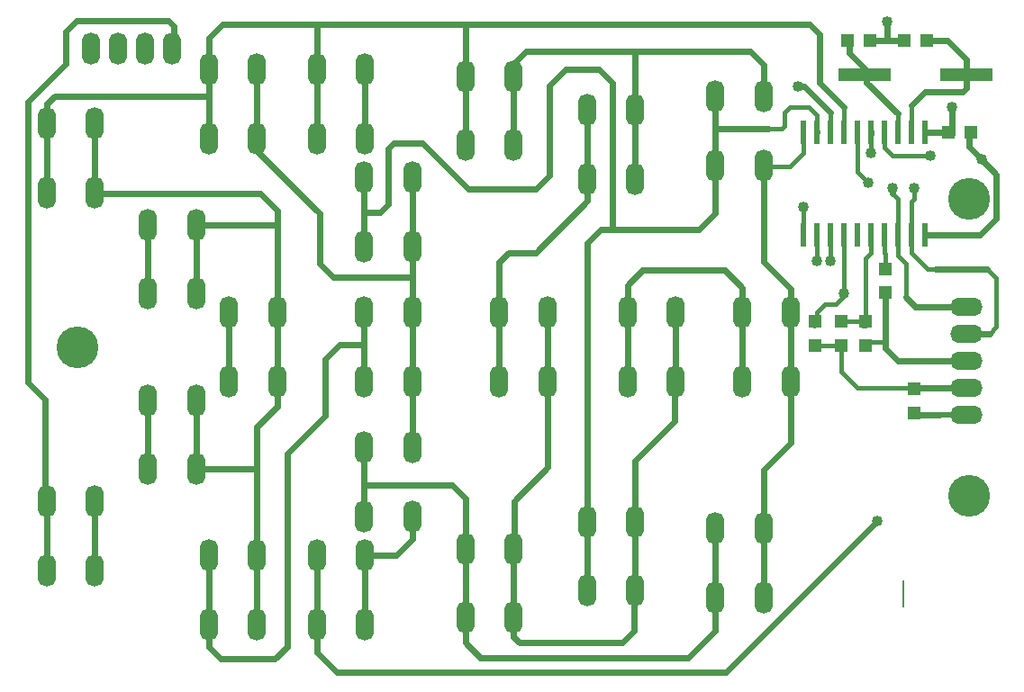
<source format=gtl>
%FSTAX24Y24*%
%MOIN*%
G70*
G01*
G75*
G04 Layer_Physical_Order=1*
G04 Layer_Color=255*
%ADD10R,0.0050X0.1000*%
%ADD11R,0.0500X0.0500*%
%ADD12R,0.0500X0.0500*%
%ADD13R,0.1969X0.0480*%
%ADD14R,0.0240X0.0870*%
%ADD15R,0.0240X0.0870*%
%ADD16C,0.0240*%
%ADD17C,0.0200*%
%ADD18C,0.0160*%
%ADD19C,0.0120*%
%ADD20O,0.0679X0.1200*%
%ADD21O,0.1200X0.0679*%
%ADD22C,0.1550*%
%ADD23C,0.0400*%
D10*
X042809Y013349D02*
D03*
D11*
X04215Y02537D02*
D03*
Y02453D02*
D03*
X03955Y02255D02*
D03*
Y02345D02*
D03*
X0405Y02255D02*
D03*
Y02345D02*
D03*
X0414D02*
D03*
Y02255D02*
D03*
X0432Y02095D02*
D03*
Y02005D02*
D03*
D12*
X04448Y03045D02*
D03*
X04532D02*
D03*
X04367Y03385D02*
D03*
X04283D02*
D03*
X04073D02*
D03*
X04157D02*
D03*
D13*
X041365Y0326D02*
D03*
X045135D02*
D03*
D14*
X0431Y03045D02*
D03*
X0426D02*
D03*
X0391D02*
D03*
X0396D02*
D03*
X0401D02*
D03*
X0406D02*
D03*
X0411D02*
D03*
X0416D02*
D03*
X0421D02*
D03*
X0436Y02665D02*
D03*
X0431D02*
D03*
X0426D02*
D03*
X0421D02*
D03*
X0416D02*
D03*
X0411D02*
D03*
X0406D02*
D03*
X0401D02*
D03*
X0396D02*
D03*
X0391D02*
D03*
D15*
X0436Y03045D02*
D03*
D16*
X045Y03195D02*
X045135Y032085D01*
X0436Y03195D02*
X045D01*
X0431Y03145D02*
X0436Y03195D01*
X0422Y03385D02*
X04283D01*
X0422D02*
Y03455D01*
X04445Y03385D02*
X045135Y033165D01*
X04367Y03385D02*
X04445D01*
X045135Y0326D02*
Y033165D01*
X04359Y03385D02*
X04367D01*
X045135Y032085D02*
Y0326D01*
X04082Y03339D02*
X04145Y03276D01*
Y0323D02*
X0426Y03115D01*
X04145Y0323D02*
Y03276D01*
X0415Y03385D02*
X0422D01*
X04337Y02D02*
X04415D01*
X0432Y02017D02*
X04337Y02D01*
X04336Y021D02*
X04515D01*
X0436Y03045D02*
X04457D01*
X0446D01*
Y0304D02*
Y03045D01*
Y0305D01*
Y0314D01*
X01111Y01422D02*
Y01678D01*
X01105Y01684D02*
X01111Y01678D01*
X04524Y02992D02*
Y03045D01*
Y02992D02*
X0457Y02945D01*
X04215Y0226D02*
Y02453D01*
Y02245D02*
Y0226D01*
Y02245D02*
X0426Y022D01*
X04515D01*
X0452D01*
X01105Y01684D02*
Y02055D01*
X0104Y0212D02*
X01105Y02055D01*
X0104Y0212D02*
Y0316D01*
X0118Y033D01*
Y0342D01*
X0122Y0346D01*
X0156D01*
X0158Y0344D01*
Y0336D02*
Y0344D01*
X01575Y03355D02*
X0158Y0336D01*
X0436Y02665D02*
X04565D01*
X04082Y03339D02*
Y03385D01*
X04515Y023D02*
X046D01*
X0429Y02435D02*
X04293Y02433D01*
X04325Y024D01*
X04515D01*
X0424Y0282D02*
Y0284D01*
X01111Y02822D02*
Y03078D01*
X01709Y0328D02*
X01711Y03278D01*
Y03396D01*
X0176Y03445D01*
X0211Y03279D02*
X02111Y03278D01*
X01711Y03022D02*
Y0318D01*
Y03278D01*
X02111Y03022D02*
Y03278D01*
X02661Y02997D02*
Y03249D01*
X0266Y0325D02*
X02661Y03249D01*
X0266Y0325D02*
Y0341D01*
X0176Y03445D02*
X02105D01*
X0211Y03279D02*
Y0344D01*
X02105Y03445D02*
X0211Y0344D01*
X02105Y03445D02*
X0266D01*
X03935D01*
X0397Y0341D01*
X02661Y03253D02*
Y03444D01*
X0266Y03445D02*
X02661Y03444D01*
X01111Y03078D02*
Y03151D01*
X0114Y0318D01*
X01711D01*
X0397Y0323D02*
Y0341D01*
Y0323D02*
X0406Y0314D01*
X02111Y01222D02*
Y01478D01*
X01786Y02122D02*
Y02378D01*
X03111Y02872D02*
Y03128D01*
Y02791D02*
Y02872D01*
X0292Y026D02*
X03111Y02791D01*
X0282Y026D02*
X0292D01*
X02785Y02565D02*
X0282Y026D01*
X02785Y02379D02*
Y02565D01*
Y02379D02*
X02786Y02378D01*
Y02122D02*
Y02378D01*
X02111Y01119D02*
Y01222D01*
Y01119D02*
X02185Y01045D01*
X02565D01*
X01486Y02447D02*
Y02703D01*
X02286Y0174D02*
X0261D01*
X02286Y01622D02*
Y0174D01*
Y01878D01*
X0416Y03045D02*
Y0305D01*
Y0304D02*
Y03045D01*
X0261Y0174D02*
X0266Y0169D01*
X02661Y01154D02*
Y01247D01*
Y01154D02*
X02715Y011D01*
X03485D01*
X03585Y012D01*
Y01321D01*
X03586Y01322D01*
X02661Y01247D02*
Y01503D01*
X0266Y01504D02*
Y0169D01*
Y01504D02*
X02661Y01503D01*
X03586Y01322D02*
Y01578D01*
Y0158D01*
Y01584D01*
X03585Y01585D02*
X03586Y01584D01*
X03261Y02122D02*
Y02378D01*
X03686Y02122D02*
Y02378D01*
Y02469D01*
X0362Y02535D02*
X03686Y02469D01*
X03315Y02535D02*
X0362D01*
X0326Y0248D02*
X03315Y02535D01*
X0326Y02379D02*
Y0248D01*
Y02379D02*
X03261Y02378D01*
X01711Y01222D02*
Y01478D01*
Y01221D02*
Y01222D01*
X0171Y0122D02*
X01711Y01221D01*
X0171Y0122D02*
Y01225D01*
Y0114D02*
Y0122D01*
Y0114D02*
X01755Y01095D01*
X01955D01*
X02Y0114D01*
Y01855D01*
X0214Y01995D01*
Y02205D01*
X02195Y0226D01*
X02286D02*
Y02378D01*
X02195Y0226D02*
X0228D01*
X02286D01*
Y02122D02*
Y02254D01*
X0228Y0226D02*
X02286Y02254D01*
X03915Y03215D02*
X0401Y0312D01*
X0389Y03215D02*
X03915D01*
X03111Y01347D02*
Y01603D01*
X03586Y02922D02*
Y0306D01*
Y03178D01*
X02286Y02622D02*
Y02745D01*
Y02878D01*
X03586Y02746D02*
Y02922D01*
X03525Y02685D02*
X03586Y02746D01*
X032Y02685D02*
X03525D01*
X0316D02*
X032D01*
X03205Y0269D02*
Y0323D01*
X03155Y0328D02*
X03205Y0323D01*
X0303Y0328D02*
X03155D01*
X0297Y0322D02*
X0303Y0328D01*
X0297Y02885D02*
Y0322D01*
X0292Y02835D02*
X0297Y02885D01*
X0267Y02835D02*
X0292D01*
X025Y03005D02*
X0267Y02835D01*
X02395Y03005D02*
X025D01*
X02375Y02985D02*
X02395Y03005D01*
X02375Y0278D02*
Y02985D01*
X02345Y0275D02*
X02375Y0278D01*
X02291Y0275D02*
X02345D01*
X02286Y02745D02*
X02291Y0275D01*
X03111Y01603D02*
Y02636D01*
X0316Y02685D01*
X032D02*
X03205Y0269D01*
X03586Y0306D02*
X0378D01*
X0396Y03045D02*
Y0305D01*
X01486Y01797D02*
Y02053D01*
X01289Y01422D02*
Y01678D01*
X03764Y01322D02*
Y01578D01*
Y01794D01*
X03865Y01895D01*
Y02121D01*
X03864Y02122D02*
X03865Y02121D01*
X03864Y02122D02*
Y02378D01*
X02839Y02997D02*
Y03253D01*
Y03299D01*
X02885Y03345D01*
X03285D01*
X03715D01*
X03765Y03295D01*
Y03179D02*
Y03295D01*
X03764Y03178D02*
X03765Y03179D01*
X03289Y02872D02*
Y03128D01*
Y03341D01*
X03285Y03345D02*
X03289Y03341D01*
X03864Y02378D02*
Y02466D01*
X03765Y02565D02*
X03864Y02466D01*
X03765Y02565D02*
Y02925D01*
X03439Y02122D02*
X0344Y02121D01*
X03439Y02122D02*
Y02378D01*
X02289Y03022D02*
Y03278D01*
X02964Y02122D02*
Y02378D01*
X02839Y01247D02*
Y01503D01*
Y01176D02*
Y01247D01*
Y01176D02*
X0286Y01155D01*
X0324D01*
X03285Y012D01*
Y01343D01*
X03289Y01347D01*
Y01603D01*
Y01829D01*
X03435Y01975D01*
Y02118D01*
X03439Y02122D01*
X02964Y01804D02*
Y02122D01*
X0284Y0168D02*
X02964Y01804D01*
X0284Y01504D02*
Y0168D01*
X02839Y01503D02*
X0284Y01504D01*
X02289Y01222D02*
Y01478D01*
X02403D01*
X02465Y0154D01*
Y01621D01*
X02464Y01622D02*
X02465Y01621D01*
X02464Y01878D02*
Y02122D01*
Y02378D01*
Y02505D01*
Y02622D01*
Y02878D01*
X01889Y03022D02*
Y03278D01*
Y02976D02*
Y03022D01*
Y02976D02*
X0212Y02745D01*
Y0256D02*
Y02745D01*
Y0256D02*
X0217Y0251D01*
X02459D01*
X02464Y02505D01*
X01889Y01478D02*
Y0179D01*
Y01954D01*
X01965Y0203D02*
Y0212D01*
Y02121D01*
X01964Y027D02*
Y02756D01*
X019Y0282D02*
X01964Y02756D01*
X01291Y0282D02*
X019D01*
X01289Y02822D02*
X01291Y0282D01*
X01664Y02447D02*
Y02703D01*
X01961D01*
X01964Y027D01*
X01882Y01797D02*
X01889Y0179D01*
X01289Y02822D02*
Y03078D01*
X01889Y01222D02*
Y01478D01*
X01664Y01797D02*
Y02053D01*
X01964Y02122D02*
Y02378D01*
X01664Y01797D02*
X01882D01*
X01964Y02378D02*
Y027D01*
X01889Y01954D02*
X01965Y0203D01*
X03625Y01045D02*
X04185Y01605D01*
X02565Y01045D02*
X03625D01*
X04565Y02665D02*
X04626Y02726D01*
Y02889D01*
X0457Y02945D02*
X04626Y02889D01*
X044Y0254D02*
X0459D01*
D17*
X04283Y03385D02*
X04292D01*
X0415Y0338D02*
Y0339D01*
X04457Y03045D02*
X0446Y0305D01*
X04149Y03385D02*
X0415Y0339D01*
X04415Y02D02*
X04515D01*
X0266Y0325D02*
X02661Y03253D01*
X01711Y01222D02*
X0172Y0122D01*
X0171D02*
X0172D01*
D18*
X0429Y0243D02*
Y0256D01*
X0426Y0259D02*
X0429Y0256D01*
X0426Y0259D02*
Y02665D01*
X0403Y0241D02*
X0406Y0244D01*
X0399Y0241D02*
X0403D01*
X0396Y0238D02*
X0399Y0241D01*
X0406Y02334D02*
X04071Y02345D01*
X0414D01*
X0413Y0233D02*
X0414D01*
X04035Y02255D02*
X0405Y0224D01*
Y0216D02*
Y0224D01*
X03972Y02255D02*
X04035D01*
X0396Y02267D02*
X03972Y02255D01*
X0411Y021D02*
X04336D01*
X0405Y0216D02*
X0411Y021D01*
X0414Y02267D02*
X04209D01*
X04215Y0226D01*
X0424Y0296D02*
X0438D01*
X0421Y0299D02*
Y03045D01*
Y0299D02*
X0424Y0296D01*
X0431Y03045D02*
Y03145D01*
X0426Y03045D02*
Y03115D01*
X0431Y026D02*
Y02665D01*
X0432Y028D02*
Y0284D01*
X0431Y02665D02*
Y0279D01*
X0432Y028D01*
X0431Y026D02*
X0437Y0254D01*
X044D01*
X0424Y0282D02*
X0426Y028D01*
Y02665D02*
Y028D01*
X04215Y02537D02*
Y02595D01*
X0421Y026D02*
X04215Y02595D01*
X0421Y026D02*
Y02665D01*
Y0267D01*
X0406Y03045D02*
Y0314D01*
X0411Y029D02*
Y03045D01*
Y029D02*
X0415Y0286D01*
X0416Y0297D02*
Y0304D01*
X0401Y03045D02*
Y0312D01*
X0396Y0305D02*
Y0311D01*
X0393Y0314D02*
X0396Y0311D01*
X0386Y0314D02*
X0393D01*
X0384Y0312D02*
X0386Y0314D01*
X0384Y0307D02*
Y0312D01*
X0383Y0306D02*
X0384Y0307D01*
X0378Y0306D02*
X0383D01*
X0406Y0245D02*
Y02665D01*
Y0244D02*
Y0245D01*
X0396Y0235D02*
Y0238D01*
X03955Y02345D02*
X0396Y0235D01*
X0395Y0234D02*
X03955Y02345D01*
X0395Y0233D02*
Y0234D01*
X0391Y0297D02*
Y03045D01*
X0386Y0292D02*
X0391Y0297D01*
X03766Y0292D02*
X0386D01*
X03764Y02922D02*
X03766Y0292D01*
X03764Y02922D02*
Y02924D01*
X03765Y02925D01*
X0391Y02665D02*
Y0277D01*
X0396Y0257D02*
Y02665D01*
X0401Y0257D02*
Y02665D01*
X0414Y02334D02*
Y0258D01*
X0416Y026D01*
Y02665D01*
X046Y023D02*
X04625Y02325D01*
Y02505D01*
X0459Y0254D02*
X04625Y02505D01*
D19*
X0429Y0243D02*
X04293Y02433D01*
X03586Y01578D02*
X0359Y0158D01*
X03586D02*
X0359D01*
X03955Y02334D02*
X0396Y0234D01*
X03955Y02345D02*
X0396Y0234D01*
X01964Y02122D02*
X0197Y0212D01*
X01965D02*
X0197D01*
X0414Y0233D02*
Y02334D01*
D20*
X01275Y03355D02*
D03*
X01375D02*
D03*
X01475D02*
D03*
X01575D02*
D03*
X01111Y02822D02*
D03*
X01289D02*
D03*
X01111Y03078D02*
D03*
X01289D02*
D03*
X01111Y01422D02*
D03*
X01289D02*
D03*
X01111Y01678D02*
D03*
X01289D02*
D03*
X03586Y02922D02*
D03*
X03764D02*
D03*
X03586Y03178D02*
D03*
X03764D02*
D03*
X03686Y02122D02*
D03*
X03864D02*
D03*
X03686Y02378D02*
D03*
X03864D02*
D03*
X03586Y01322D02*
D03*
X03764D02*
D03*
X03586Y01578D02*
D03*
X03764D02*
D03*
X03111Y02872D02*
D03*
X03289D02*
D03*
X03111Y03128D02*
D03*
X03289D02*
D03*
X02661Y02997D02*
D03*
X02839D02*
D03*
X02661Y03253D02*
D03*
X02839D02*
D03*
X03111Y01347D02*
D03*
X03289D02*
D03*
X03111Y01603D02*
D03*
X03289D02*
D03*
X03261Y02122D02*
D03*
X03439D02*
D03*
X03261Y02378D02*
D03*
X03439D02*
D03*
X02786Y02122D02*
D03*
X02964D02*
D03*
X02786Y02378D02*
D03*
X02964D02*
D03*
X02661Y01247D02*
D03*
X02839D02*
D03*
X02661Y01503D02*
D03*
X02839D02*
D03*
X02111Y03022D02*
D03*
X02289D02*
D03*
X02111Y03278D02*
D03*
X02289D02*
D03*
X02286Y02622D02*
D03*
X02464D02*
D03*
X02286Y02878D02*
D03*
X02464D02*
D03*
X02286Y02122D02*
D03*
X02464D02*
D03*
X02286Y02378D02*
D03*
X02464D02*
D03*
X02286Y01622D02*
D03*
X02464D02*
D03*
X02286Y01878D02*
D03*
X02464D02*
D03*
X02111Y01222D02*
D03*
X02289D02*
D03*
X02111Y01478D02*
D03*
X02289D02*
D03*
X01711Y03022D02*
D03*
X01889D02*
D03*
X01711Y03278D02*
D03*
X01889D02*
D03*
X01786Y02122D02*
D03*
X01964D02*
D03*
X01786Y02378D02*
D03*
X01964D02*
D03*
X01711Y01222D02*
D03*
X01889D02*
D03*
X01711Y01478D02*
D03*
X01889D02*
D03*
X01486Y02447D02*
D03*
X01664D02*
D03*
X01486Y02703D02*
D03*
X01664D02*
D03*
X01486Y01797D02*
D03*
X01664D02*
D03*
X01486Y02053D02*
D03*
X01664D02*
D03*
D21*
X04515Y02D02*
D03*
Y021D02*
D03*
Y022D02*
D03*
Y023D02*
D03*
Y024D02*
D03*
D22*
X04525Y017D02*
D03*
Y028D02*
D03*
X01225Y0225D02*
D03*
D23*
X0446Y0314D02*
D03*
X0457Y02945D02*
D03*
X0422Y03455D02*
D03*
X0438Y0296D02*
D03*
X0432Y0284D02*
D03*
X0424D02*
D03*
X0415Y0286D02*
D03*
X04185Y01605D02*
D03*
X0416Y0297D02*
D03*
X0389Y03215D02*
D03*
X0406Y0245D02*
D03*
X0391Y0277D02*
D03*
X0396Y0257D02*
D03*
X0401D02*
D03*
M02*

</source>
